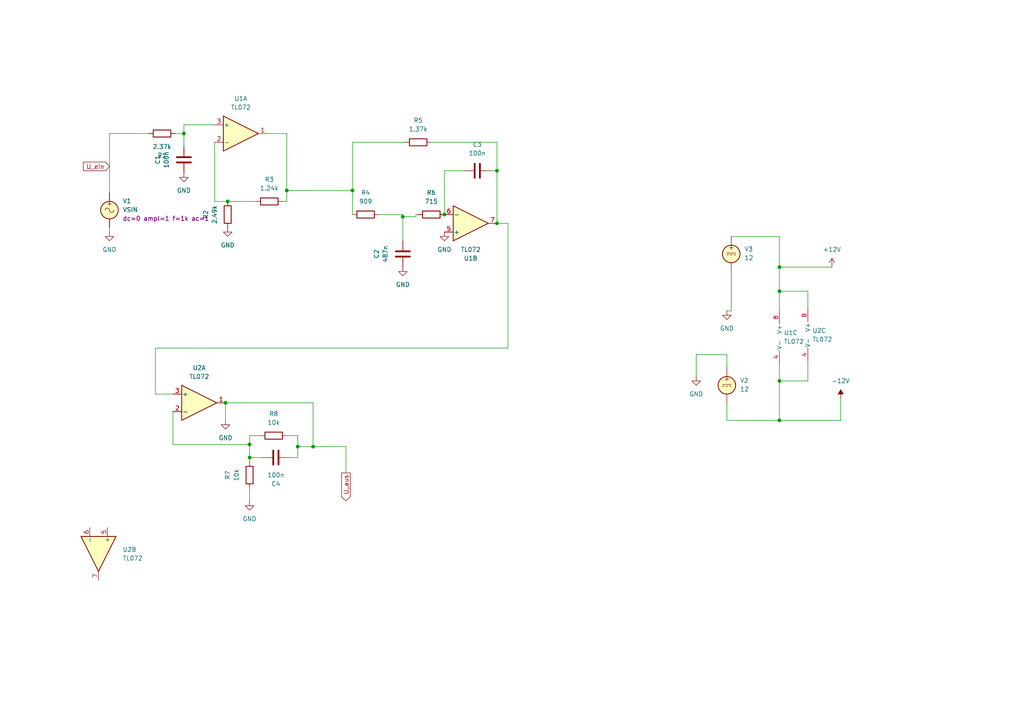
<source format=kicad_sch>
(kicad_sch (version 20230121) (generator eeschema)

  (uuid 1aa50d3e-165e-4b2e-89cb-5e32999cd941)

  (paper "A4")

  (lib_symbols
    (symbol "Amplifier_Operational:TL072" (pin_names (offset 0.127)) (in_bom yes) (on_board yes)
      (property "Reference" "U" (at 0 5.08 0)
        (effects (font (size 1.27 1.27)) (justify left))
      )
      (property "Value" "TL072" (at 0 -5.08 0)
        (effects (font (size 1.27 1.27)) (justify left))
      )
      (property "Footprint" "" (at 0 0 0)
        (effects (font (size 1.27 1.27)) hide)
      )
      (property "Datasheet" "http://www.ti.com/lit/ds/symlink/tl071.pdf" (at 0 0 0)
        (effects (font (size 1.27 1.27)) hide)
      )
      (property "ki_locked" "" (at 0 0 0)
        (effects (font (size 1.27 1.27)))
      )
      (property "ki_keywords" "dual opamp" (at 0 0 0)
        (effects (font (size 1.27 1.27)) hide)
      )
      (property "ki_description" "Dual Low-Noise JFET-Input Operational Amplifiers, DIP-8/SOIC-8" (at 0 0 0)
        (effects (font (size 1.27 1.27)) hide)
      )
      (property "ki_fp_filters" "SOIC*3.9x4.9mm*P1.27mm* DIP*W7.62mm* TO*99* OnSemi*Micro8* TSSOP*3x3mm*P0.65mm* TSSOP*4.4x3mm*P0.65mm* MSOP*3x3mm*P0.65mm* SSOP*3.9x4.9mm*P0.635mm* LFCSP*2x2mm*P0.5mm* *SIP* SOIC*5.3x6.2mm*P1.27mm*" (at 0 0 0)
        (effects (font (size 1.27 1.27)) hide)
      )
      (symbol "TL072_1_1"
        (polyline
          (pts
            (xy -5.08 5.08)
            (xy 5.08 0)
            (xy -5.08 -5.08)
            (xy -5.08 5.08)
          )
          (stroke (width 0.254) (type default))
          (fill (type background))
        )
        (pin output line (at 7.62 0 180) (length 2.54)
          (name "~" (effects (font (size 1.27 1.27))))
          (number "1" (effects (font (size 1.27 1.27))))
        )
        (pin input line (at -7.62 -2.54 0) (length 2.54)
          (name "-" (effects (font (size 1.27 1.27))))
          (number "2" (effects (font (size 1.27 1.27))))
        )
        (pin input line (at -7.62 2.54 0) (length 2.54)
          (name "+" (effects (font (size 1.27 1.27))))
          (number "3" (effects (font (size 1.27 1.27))))
        )
      )
      (symbol "TL072_2_1"
        (polyline
          (pts
            (xy -5.08 5.08)
            (xy 5.08 0)
            (xy -5.08 -5.08)
            (xy -5.08 5.08)
          )
          (stroke (width 0.254) (type default))
          (fill (type background))
        )
        (pin input line (at -7.62 2.54 0) (length 2.54)
          (name "+" (effects (font (size 1.27 1.27))))
          (number "5" (effects (font (size 1.27 1.27))))
        )
        (pin input line (at -7.62 -2.54 0) (length 2.54)
          (name "-" (effects (font (size 1.27 1.27))))
          (number "6" (effects (font (size 1.27 1.27))))
        )
        (pin output line (at 7.62 0 180) (length 2.54)
          (name "~" (effects (font (size 1.27 1.27))))
          (number "7" (effects (font (size 1.27 1.27))))
        )
      )
      (symbol "TL072_3_1"
        (pin power_in line (at -2.54 -7.62 90) (length 3.81)
          (name "V-" (effects (font (size 1.27 1.27))))
          (number "4" (effects (font (size 1.27 1.27))))
        )
        (pin power_in line (at -2.54 7.62 270) (length 3.81)
          (name "V+" (effects (font (size 1.27 1.27))))
          (number "8" (effects (font (size 1.27 1.27))))
        )
      )
    )
    (symbol "Device:C" (pin_numbers hide) (pin_names (offset 0.254)) (in_bom yes) (on_board yes)
      (property "Reference" "C" (at 0.635 2.54 0)
        (effects (font (size 1.27 1.27)) (justify left))
      )
      (property "Value" "C" (at 0.635 -2.54 0)
        (effects (font (size 1.27 1.27)) (justify left))
      )
      (property "Footprint" "" (at 0.9652 -3.81 0)
        (effects (font (size 1.27 1.27)) hide)
      )
      (property "Datasheet" "~" (at 0 0 0)
        (effects (font (size 1.27 1.27)) hide)
      )
      (property "ki_keywords" "cap capacitor" (at 0 0 0)
        (effects (font (size 1.27 1.27)) hide)
      )
      (property "ki_description" "Unpolarized capacitor" (at 0 0 0)
        (effects (font (size 1.27 1.27)) hide)
      )
      (property "ki_fp_filters" "C_*" (at 0 0 0)
        (effects (font (size 1.27 1.27)) hide)
      )
      (symbol "C_0_1"
        (polyline
          (pts
            (xy -2.032 -0.762)
            (xy 2.032 -0.762)
          )
          (stroke (width 0.508) (type default))
          (fill (type none))
        )
        (polyline
          (pts
            (xy -2.032 0.762)
            (xy 2.032 0.762)
          )
          (stroke (width 0.508) (type default))
          (fill (type none))
        )
      )
      (symbol "C_1_1"
        (pin passive line (at 0 3.81 270) (length 2.794)
          (name "~" (effects (font (size 1.27 1.27))))
          (number "1" (effects (font (size 1.27 1.27))))
        )
        (pin passive line (at 0 -3.81 90) (length 2.794)
          (name "~" (effects (font (size 1.27 1.27))))
          (number "2" (effects (font (size 1.27 1.27))))
        )
      )
    )
    (symbol "Device:R" (pin_numbers hide) (pin_names (offset 0)) (in_bom yes) (on_board yes)
      (property "Reference" "R" (at 2.032 0 90)
        (effects (font (size 1.27 1.27)))
      )
      (property "Value" "R" (at 0 0 90)
        (effects (font (size 1.27 1.27)))
      )
      (property "Footprint" "" (at -1.778 0 90)
        (effects (font (size 1.27 1.27)) hide)
      )
      (property "Datasheet" "~" (at 0 0 0)
        (effects (font (size 1.27 1.27)) hide)
      )
      (property "ki_keywords" "R res resistor" (at 0 0 0)
        (effects (font (size 1.27 1.27)) hide)
      )
      (property "ki_description" "Resistor" (at 0 0 0)
        (effects (font (size 1.27 1.27)) hide)
      )
      (property "ki_fp_filters" "R_*" (at 0 0 0)
        (effects (font (size 1.27 1.27)) hide)
      )
      (symbol "R_0_1"
        (rectangle (start -1.016 -2.54) (end 1.016 2.54)
          (stroke (width 0.254) (type default))
          (fill (type none))
        )
      )
      (symbol "R_1_1"
        (pin passive line (at 0 3.81 270) (length 1.27)
          (name "~" (effects (font (size 1.27 1.27))))
          (number "1" (effects (font (size 1.27 1.27))))
        )
        (pin passive line (at 0 -3.81 90) (length 1.27)
          (name "~" (effects (font (size 1.27 1.27))))
          (number "2" (effects (font (size 1.27 1.27))))
        )
      )
    )
    (symbol "Simulation_SPICE:VDC" (pin_numbers hide) (pin_names (offset 0.0254)) (in_bom yes) (on_board yes)
      (property "Reference" "V" (at 2.54 2.54 0)
        (effects (font (size 1.27 1.27)) (justify left))
      )
      (property "Value" "1" (at 2.54 0 0)
        (effects (font (size 1.27 1.27)) (justify left))
      )
      (property "Footprint" "" (at 0 0 0)
        (effects (font (size 1.27 1.27)) hide)
      )
      (property "Datasheet" "~" (at 0 0 0)
        (effects (font (size 1.27 1.27)) hide)
      )
      (property "Sim.Pins" "1=+ 2=-" (at 0 0 0)
        (effects (font (size 1.27 1.27)) hide)
      )
      (property "Sim.Type" "DC" (at 0 0 0)
        (effects (font (size 1.27 1.27)) hide)
      )
      (property "Sim.Device" "V" (at 0 0 0)
        (effects (font (size 1.27 1.27)) (justify left) hide)
      )
      (property "ki_keywords" "simulation" (at 0 0 0)
        (effects (font (size 1.27 1.27)) hide)
      )
      (property "ki_description" "Voltage source, DC" (at 0 0 0)
        (effects (font (size 1.27 1.27)) hide)
      )
      (symbol "VDC_0_0"
        (polyline
          (pts
            (xy -1.27 0.254)
            (xy 1.27 0.254)
          )
          (stroke (width 0) (type default))
          (fill (type none))
        )
        (polyline
          (pts
            (xy -0.762 -0.254)
            (xy -1.27 -0.254)
          )
          (stroke (width 0) (type default))
          (fill (type none))
        )
        (polyline
          (pts
            (xy 0.254 -0.254)
            (xy -0.254 -0.254)
          )
          (stroke (width 0) (type default))
          (fill (type none))
        )
        (polyline
          (pts
            (xy 1.27 -0.254)
            (xy 0.762 -0.254)
          )
          (stroke (width 0) (type default))
          (fill (type none))
        )
        (text "+" (at 0 1.905 0)
          (effects (font (size 1.27 1.27)))
        )
      )
      (symbol "VDC_0_1"
        (circle (center 0 0) (radius 2.54)
          (stroke (width 0.254) (type default))
          (fill (type background))
        )
      )
      (symbol "VDC_1_1"
        (pin passive line (at 0 5.08 270) (length 2.54)
          (name "~" (effects (font (size 1.27 1.27))))
          (number "1" (effects (font (size 1.27 1.27))))
        )
        (pin passive line (at 0 -5.08 90) (length 2.54)
          (name "~" (effects (font (size 1.27 1.27))))
          (number "2" (effects (font (size 1.27 1.27))))
        )
      )
    )
    (symbol "Simulation_SPICE:VSIN" (pin_numbers hide) (pin_names (offset 0.0254)) (in_bom yes) (on_board yes)
      (property "Reference" "V" (at 2.54 2.54 0)
        (effects (font (size 1.27 1.27)) (justify left))
      )
      (property "Value" "VSIN" (at 2.54 0 0)
        (effects (font (size 1.27 1.27)) (justify left))
      )
      (property "Footprint" "" (at 0 0 0)
        (effects (font (size 1.27 1.27)) hide)
      )
      (property "Datasheet" "~" (at 0 0 0)
        (effects (font (size 1.27 1.27)) hide)
      )
      (property "Sim.Pins" "1=+ 2=-" (at 0 0 0)
        (effects (font (size 1.27 1.27)) hide)
      )
      (property "Sim.Params" "dc=0 ampl=1 f=1k ac=1" (at 2.54 -2.54 0)
        (effects (font (size 1.27 1.27)) (justify left))
      )
      (property "Sim.Type" "SIN" (at 0 0 0)
        (effects (font (size 1.27 1.27)) hide)
      )
      (property "Sim.Device" "V" (at 0 0 0)
        (effects (font (size 1.27 1.27)) (justify left) hide)
      )
      (property "ki_keywords" "simulation ac vac" (at 0 0 0)
        (effects (font (size 1.27 1.27)) hide)
      )
      (property "ki_description" "Voltage source, sinusoidal" (at 0 0 0)
        (effects (font (size 1.27 1.27)) hide)
      )
      (symbol "VSIN_0_0"
        (arc (start 0 0) (mid -0.635 0.6323) (end -1.27 0)
          (stroke (width 0) (type default))
          (fill (type none))
        )
        (arc (start 0 0) (mid 0.635 -0.6323) (end 1.27 0)
          (stroke (width 0) (type default))
          (fill (type none))
        )
        (text "+" (at 0 1.905 0)
          (effects (font (size 1.27 1.27)))
        )
      )
      (symbol "VSIN_0_1"
        (circle (center 0 0) (radius 2.54)
          (stroke (width 0.254) (type default))
          (fill (type background))
        )
      )
      (symbol "VSIN_1_1"
        (pin passive line (at 0 5.08 270) (length 2.54)
          (name "~" (effects (font (size 1.27 1.27))))
          (number "1" (effects (font (size 1.27 1.27))))
        )
        (pin passive line (at 0 -5.08 90) (length 2.54)
          (name "~" (effects (font (size 1.27 1.27))))
          (number "2" (effects (font (size 1.27 1.27))))
        )
      )
    )
    (symbol "power:+12V" (power) (pin_names (offset 0)) (in_bom yes) (on_board yes)
      (property "Reference" "#PWR" (at 0 -3.81 0)
        (effects (font (size 1.27 1.27)) hide)
      )
      (property "Value" "+12V" (at 0 3.556 0)
        (effects (font (size 1.27 1.27)))
      )
      (property "Footprint" "" (at 0 0 0)
        (effects (font (size 1.27 1.27)) hide)
      )
      (property "Datasheet" "" (at 0 0 0)
        (effects (font (size 1.27 1.27)) hide)
      )
      (property "ki_keywords" "global power" (at 0 0 0)
        (effects (font (size 1.27 1.27)) hide)
      )
      (property "ki_description" "Power symbol creates a global label with name \"+12V\"" (at 0 0 0)
        (effects (font (size 1.27 1.27)) hide)
      )
      (symbol "+12V_0_1"
        (polyline
          (pts
            (xy -0.762 1.27)
            (xy 0 2.54)
          )
          (stroke (width 0) (type default))
          (fill (type none))
        )
        (polyline
          (pts
            (xy 0 0)
            (xy 0 2.54)
          )
          (stroke (width 0) (type default))
          (fill (type none))
        )
        (polyline
          (pts
            (xy 0 2.54)
            (xy 0.762 1.27)
          )
          (stroke (width 0) (type default))
          (fill (type none))
        )
      )
      (symbol "+12V_1_1"
        (pin power_in line (at 0 0 90) (length 0) hide
          (name "+12V" (effects (font (size 1.27 1.27))))
          (number "1" (effects (font (size 1.27 1.27))))
        )
      )
    )
    (symbol "power:-12V" (power) (pin_names (offset 0)) (in_bom yes) (on_board yes)
      (property "Reference" "#PWR" (at 0 2.54 0)
        (effects (font (size 1.27 1.27)) hide)
      )
      (property "Value" "-12V" (at 0 3.81 0)
        (effects (font (size 1.27 1.27)))
      )
      (property "Footprint" "" (at 0 0 0)
        (effects (font (size 1.27 1.27)) hide)
      )
      (property "Datasheet" "" (at 0 0 0)
        (effects (font (size 1.27 1.27)) hide)
      )
      (property "ki_keywords" "global power" (at 0 0 0)
        (effects (font (size 1.27 1.27)) hide)
      )
      (property "ki_description" "Power symbol creates a global label with name \"-12V\"" (at 0 0 0)
        (effects (font (size 1.27 1.27)) hide)
      )
      (symbol "-12V_0_0"
        (pin power_in line (at 0 0 90) (length 0) hide
          (name "-12V" (effects (font (size 1.27 1.27))))
          (number "1" (effects (font (size 1.27 1.27))))
        )
      )
      (symbol "-12V_0_1"
        (polyline
          (pts
            (xy 0 0)
            (xy 0 1.27)
            (xy 0.762 1.27)
            (xy 0 2.54)
            (xy -0.762 1.27)
            (xy 0 1.27)
          )
          (stroke (width 0) (type default))
          (fill (type outline))
        )
      )
    )
    (symbol "power:GND" (power) (pin_names (offset 0)) (in_bom yes) (on_board yes)
      (property "Reference" "#PWR" (at 0 -6.35 0)
        (effects (font (size 1.27 1.27)) hide)
      )
      (property "Value" "GND" (at 0 -3.81 0)
        (effects (font (size 1.27 1.27)))
      )
      (property "Footprint" "" (at 0 0 0)
        (effects (font (size 1.27 1.27)) hide)
      )
      (property "Datasheet" "" (at 0 0 0)
        (effects (font (size 1.27 1.27)) hide)
      )
      (property "ki_keywords" "global power" (at 0 0 0)
        (effects (font (size 1.27 1.27)) hide)
      )
      (property "ki_description" "Power symbol creates a global label with name \"GND\" , ground" (at 0 0 0)
        (effects (font (size 1.27 1.27)) hide)
      )
      (symbol "GND_0_1"
        (polyline
          (pts
            (xy 0 0)
            (xy 0 -1.27)
            (xy 1.27 -1.27)
            (xy 0 -2.54)
            (xy -1.27 -1.27)
            (xy 0 -1.27)
          )
          (stroke (width 0) (type default))
          (fill (type none))
        )
      )
      (symbol "GND_1_1"
        (pin power_in line (at 0 0 270) (length 0) hide
          (name "GND" (effects (font (size 1.27 1.27))))
          (number "1" (effects (font (size 1.27 1.27))))
        )
      )
    )
  )

  (junction (at 53.34 38.735) (diameter 0) (color 0 0 0 0)
    (uuid 1e1b3c52-e227-4236-a1f5-86d066fefcad)
  )
  (junction (at 86.36 129.54) (diameter 0) (color 0 0 0 0)
    (uuid 1f7663de-f17d-4de8-be72-d3ee7df2e294)
  )
  (junction (at 102.235 55.245) (diameter 0) (color 0 0 0 0)
    (uuid 2b4089e6-ac23-4d59-bd90-aa53a5a831e7)
  )
  (junction (at 83.185 55.245) (diameter 0) (color 0 0 0 0)
    (uuid 325eb432-9f00-48f6-aced-1b94e317a781)
  )
  (junction (at 226.06 84.455) (diameter 0) (color 0 0 0 0)
    (uuid 43b1545b-f973-4e91-a4d2-90edb28aee2a)
  )
  (junction (at 66.04 58.42) (diameter 0) (color 0 0 0 0)
    (uuid 55574e81-0a15-4acf-81d7-8a4a13aea626)
  )
  (junction (at 90.805 129.54) (diameter 0) (color 0 0 0 0)
    (uuid 62e05797-1474-433a-b6d8-943ef134ff82)
  )
  (junction (at 226.06 121.92) (diameter 0) (color 0 0 0 0)
    (uuid 64bad4bb-8c52-43c1-bd0b-088a6230d399)
  )
  (junction (at 116.84 62.865) (diameter 0) (color 0 0 0 0)
    (uuid 91dd960b-0581-4d06-abd9-5cba7c81b786)
  )
  (junction (at 72.39 132.715) (diameter 0) (color 0 0 0 0)
    (uuid a0f212f6-aa85-44dc-ae29-722b29ca7162)
  )
  (junction (at 144.145 49.53) (diameter 0) (color 0 0 0 0)
    (uuid ab7af711-1a51-4da3-b0e2-c118e9d694c3)
  )
  (junction (at 144.145 64.77) (diameter 0) (color 0 0 0 0)
    (uuid b56f7c56-56a6-4e6b-897e-ebfa8aebd81a)
  )
  (junction (at 72.39 128.905) (diameter 0) (color 0 0 0 0)
    (uuid c307e926-4840-49d5-b7bf-b825be27415d)
  )
  (junction (at 128.905 62.23) (diameter 0) (color 0 0 0 0)
    (uuid d73e33dc-0698-4bae-a39f-7658253e2660)
  )
  (junction (at 226.06 110.49) (diameter 0) (color 0 0 0 0)
    (uuid efaef017-2299-476e-9810-053dcdc7c878)
  )
  (junction (at 226.06 77.47) (diameter 0) (color 0 0 0 0)
    (uuid f317a504-2582-48d2-a5bf-9cff4be204ee)
  )
  (junction (at 65.405 116.84) (diameter 0) (color 0 0 0 0)
    (uuid fda0c27d-56b2-4d98-ae7a-d5f7d6dfe8ca)
  )

  (wire (pts (xy 128.905 49.53) (xy 128.905 62.23))
    (stroke (width 0) (type default))
    (uuid 021005c9-8ec1-40f6-b118-b2229ac7bf55)
  )
  (wire (pts (xy 226.06 121.92) (xy 243.84 121.92))
    (stroke (width 0) (type default))
    (uuid 0384d42e-b752-4353-b8fb-f0793d4cd1b6)
  )
  (wire (pts (xy 72.39 128.905) (xy 72.39 132.715))
    (stroke (width 0) (type default))
    (uuid 051617b6-9269-4941-89a6-9c384ac6805b)
  )
  (wire (pts (xy 144.145 41.275) (xy 144.145 49.53))
    (stroke (width 0) (type default))
    (uuid 0e6f21f0-6a1d-434d-90fe-c08e2d128d4e)
  )
  (wire (pts (xy 226.06 77.47) (xy 226.06 84.455))
    (stroke (width 0) (type default))
    (uuid 114040c8-ad37-4a3d-a89d-dd49756efead)
  )
  (wire (pts (xy 45.085 100.965) (xy 45.085 114.3))
    (stroke (width 0) (type default))
    (uuid 15648ae0-327e-40a0-9468-618bb972ef4f)
  )
  (wire (pts (xy 72.39 126.365) (xy 72.39 128.905))
    (stroke (width 0) (type default))
    (uuid 18c9ab7f-b397-4fa5-81c8-4d46e217abca)
  )
  (wire (pts (xy 83.185 55.245) (xy 83.185 58.42))
    (stroke (width 0) (type default))
    (uuid 1d5f425a-103b-40f2-85a7-e44e4b23ee9f)
  )
  (wire (pts (xy 144.145 64.77) (xy 147.32 64.77))
    (stroke (width 0) (type default))
    (uuid 1e9fdda6-3ae2-424b-bee7-fe64c1daf200)
  )
  (wire (pts (xy 226.06 84.455) (xy 226.06 90.17))
    (stroke (width 0) (type default))
    (uuid 218788b8-3fc4-4070-ab31-702fff159c2a)
  )
  (wire (pts (xy 45.085 114.3) (xy 50.165 114.3))
    (stroke (width 0) (type default))
    (uuid 21b57072-c2ff-49f2-9254-002186e5e21d)
  )
  (wire (pts (xy 134.62 49.53) (xy 128.905 49.53))
    (stroke (width 0) (type default))
    (uuid 21cac632-c988-4ce0-8880-5bba2e44214e)
  )
  (wire (pts (xy 212.09 68.58) (xy 226.06 68.58))
    (stroke (width 0) (type default))
    (uuid 252df74c-11b5-42af-895a-c8b11b492425)
  )
  (wire (pts (xy 102.235 55.245) (xy 102.235 62.23))
    (stroke (width 0) (type default))
    (uuid 2c965cc3-dde6-47f3-b102-f937839a936a)
  )
  (wire (pts (xy 144.145 49.53) (xy 142.24 49.53))
    (stroke (width 0) (type default))
    (uuid 2d12528f-d2ff-4198-b266-d6bbe1a9cd34)
  )
  (wire (pts (xy 201.93 109.22) (xy 201.93 102.87))
    (stroke (width 0) (type default))
    (uuid 2dcad805-38d8-46f4-8e16-6979e87f526d)
  )
  (wire (pts (xy 72.39 132.715) (xy 72.39 133.985))
    (stroke (width 0) (type default))
    (uuid 3245315f-f935-45fe-b1b8-6412b2796ba9)
  )
  (wire (pts (xy 243.84 115.57) (xy 243.84 121.92))
    (stroke (width 0) (type default))
    (uuid 38ea60c9-913a-4e50-af6f-5b00389ad662)
  )
  (wire (pts (xy 83.82 132.715) (xy 86.36 132.715))
    (stroke (width 0) (type default))
    (uuid 39b481d0-1fd6-4052-b4e9-6b77e65448da)
  )
  (wire (pts (xy 226.06 110.49) (xy 226.06 121.92))
    (stroke (width 0) (type default))
    (uuid 39c57650-da6d-4584-8414-6ef304460432)
  )
  (wire (pts (xy 86.36 129.54) (xy 86.36 126.365))
    (stroke (width 0) (type default))
    (uuid 3a328ecb-f168-4493-9daf-a1e6f0d37d6a)
  )
  (wire (pts (xy 100.33 129.54) (xy 100.33 137.16))
    (stroke (width 0) (type default))
    (uuid 3ac14246-4465-47a8-a20b-6d7a652a7f93)
  )
  (wire (pts (xy 116.84 69.85) (xy 116.84 62.865))
    (stroke (width 0) (type default))
    (uuid 3b37f055-bb38-4079-9542-f7191eaba91f)
  )
  (wire (pts (xy 50.165 128.905) (xy 72.39 128.905))
    (stroke (width 0) (type default))
    (uuid 3ea69cac-cbd5-4096-832b-4a54b66981f5)
  )
  (wire (pts (xy 83.185 58.42) (xy 81.915 58.42))
    (stroke (width 0) (type default))
    (uuid 40ff96f7-a363-459f-afec-e3e3e66d5bca)
  )
  (wire (pts (xy 72.39 132.715) (xy 76.2 132.715))
    (stroke (width 0) (type default))
    (uuid 41ff038f-6721-47ae-a268-6c95017809cf)
  )
  (wire (pts (xy 125.095 41.275) (xy 144.145 41.275))
    (stroke (width 0) (type default))
    (uuid 46fdee7c-f732-4e5c-a29e-564255077d31)
  )
  (wire (pts (xy 201.93 102.87) (xy 210.82 102.87))
    (stroke (width 0) (type default))
    (uuid 49bc05b7-185f-4d89-85ed-9f4a4c9ec061)
  )
  (wire (pts (xy 226.06 68.58) (xy 226.06 77.47))
    (stroke (width 0) (type default))
    (uuid 4dcd7adb-5ab7-4b09-888c-206cb3e99fd6)
  )
  (wire (pts (xy 147.32 64.77) (xy 147.32 100.965))
    (stroke (width 0) (type default))
    (uuid 51ab7aa8-3227-4321-b67d-b5951b330aeb)
  )
  (wire (pts (xy 226.06 105.41) (xy 226.06 110.49))
    (stroke (width 0) (type default))
    (uuid 534b7aa4-db12-4a03-b398-43059f37b0cf)
  )
  (wire (pts (xy 90.805 116.84) (xy 90.805 129.54))
    (stroke (width 0) (type default))
    (uuid 56825d04-86da-4e21-a77c-3ec77bb38345)
  )
  (wire (pts (xy 117.475 41.275) (xy 102.235 41.275))
    (stroke (width 0) (type default))
    (uuid 59ffb57a-aa08-482f-8f5c-7028967da350)
  )
  (wire (pts (xy 116.84 62.865) (xy 120.65 62.865))
    (stroke (width 0) (type default))
    (uuid 5c860f6b-9495-493a-b8c5-14dfc612c487)
  )
  (wire (pts (xy 226.06 84.455) (xy 234.315 84.455))
    (stroke (width 0) (type default))
    (uuid 61c5fc56-5a51-4969-92ce-e365f84d468b)
  )
  (wire (pts (xy 65.405 116.84) (xy 65.405 121.92))
    (stroke (width 0) (type default))
    (uuid 699aac3d-c70b-49a4-ae45-a039b4f41bb3)
  )
  (wire (pts (xy 86.36 126.365) (xy 83.185 126.365))
    (stroke (width 0) (type default))
    (uuid 6bf36ab2-2ca4-4408-a68c-766794cb7364)
  )
  (wire (pts (xy 83.185 38.735) (xy 83.185 55.245))
    (stroke (width 0) (type default))
    (uuid 6d1d0498-f3e9-4b7e-a719-0f3fd8aa6a87)
  )
  (wire (pts (xy 75.565 126.365) (xy 72.39 126.365))
    (stroke (width 0) (type default))
    (uuid 717ce80a-f110-43ef-b670-57e9a8e863a7)
  )
  (wire (pts (xy 241.3 77.47) (xy 226.06 77.47))
    (stroke (width 0) (type default))
    (uuid 7ba64dd7-90c9-4e16-97b2-fe1c8c93351e)
  )
  (wire (pts (xy 50.8 38.735) (xy 53.34 38.735))
    (stroke (width 0) (type default))
    (uuid 7c8ed67c-aa37-4501-8d75-c425a82f8ef0)
  )
  (wire (pts (xy 77.47 38.735) (xy 83.185 38.735))
    (stroke (width 0) (type default))
    (uuid 83295249-9d7e-438b-95d7-d737de0e0dd7)
  )
  (wire (pts (xy 212.09 90.17) (xy 210.82 90.17))
    (stroke (width 0) (type default))
    (uuid 834fa4c4-b84e-4fc9-9b3e-4b58704c2439)
  )
  (wire (pts (xy 234.315 104.775) (xy 234.315 110.49))
    (stroke (width 0) (type default))
    (uuid 83e4c6dc-646b-4eaf-b98d-345851417b93)
  )
  (wire (pts (xy 120.65 62.23) (xy 121.285 62.23))
    (stroke (width 0) (type default))
    (uuid 8d5eb0b8-8288-4a2f-aad7-522ed2d2b10e)
  )
  (wire (pts (xy 144.145 64.77) (xy 144.145 49.53))
    (stroke (width 0) (type default))
    (uuid 948b9535-05de-467f-ad19-75fcb6dfeaf2)
  )
  (wire (pts (xy 109.855 62.23) (xy 116.84 62.23))
    (stroke (width 0) (type default))
    (uuid 9f4f3c4a-2913-4c2a-9b00-44fd224afd5e)
  )
  (wire (pts (xy 102.235 41.275) (xy 102.235 55.245))
    (stroke (width 0) (type default))
    (uuid a882aae5-ad1e-43fe-86e0-bc3de9933c2b)
  )
  (wire (pts (xy 120.65 62.865) (xy 120.65 62.23))
    (stroke (width 0) (type default))
    (uuid aa10a550-32e6-47f1-a813-b0fb4057b720)
  )
  (wire (pts (xy 65.405 116.84) (xy 90.805 116.84))
    (stroke (width 0) (type default))
    (uuid aa899db6-0f00-46eb-8922-cce84480ec04)
  )
  (wire (pts (xy 116.84 62.23) (xy 116.84 62.865))
    (stroke (width 0) (type default))
    (uuid ab65ec4d-3111-4c69-a226-85e682443ad8)
  )
  (wire (pts (xy 72.39 141.605) (xy 72.39 145.415))
    (stroke (width 0) (type default))
    (uuid abc3b090-d000-4bf1-bcfc-27259b9fccf3)
  )
  (wire (pts (xy 210.82 102.87) (xy 210.82 106.68))
    (stroke (width 0) (type default))
    (uuid ae178314-3d0c-4b93-b451-fea5054884cc)
  )
  (wire (pts (xy 234.315 89.535) (xy 234.315 84.455))
    (stroke (width 0) (type default))
    (uuid bd917762-39d1-41e5-8957-b444ee66b36b)
  )
  (wire (pts (xy 50.165 119.38) (xy 50.165 128.905))
    (stroke (width 0) (type default))
    (uuid c0b95932-5a7e-420a-beff-e51bd8cab61d)
  )
  (wire (pts (xy 147.32 100.965) (xy 45.085 100.965))
    (stroke (width 0) (type default))
    (uuid c1e05d98-4c5b-42e3-9399-3496ac5a54ad)
  )
  (wire (pts (xy 210.82 116.84) (xy 210.82 121.92))
    (stroke (width 0) (type default))
    (uuid c2956b93-3bb2-4c12-8b9c-961e20954f03)
  )
  (wire (pts (xy 62.23 58.42) (xy 66.04 58.42))
    (stroke (width 0) (type default))
    (uuid d0b9ad62-6c3f-42d7-8a42-11698dd15183)
  )
  (wire (pts (xy 43.18 38.735) (xy 31.75 38.735))
    (stroke (width 0) (type default))
    (uuid d2fcf8aa-60f3-4b7f-a31d-4097ba1f66e1)
  )
  (wire (pts (xy 31.75 38.735) (xy 31.75 55.88))
    (stroke (width 0) (type default))
    (uuid d592b392-707f-4edd-8f26-aaf9632fb7be)
  )
  (wire (pts (xy 66.04 58.42) (xy 74.295 58.42))
    (stroke (width 0) (type default))
    (uuid d5c04b51-a5e5-4b4e-a187-acee4fa102a1)
  )
  (wire (pts (xy 234.315 110.49) (xy 226.06 110.49))
    (stroke (width 0) (type default))
    (uuid d8a17100-7111-4fef-8170-71f511d262b2)
  )
  (wire (pts (xy 102.235 55.245) (xy 83.185 55.245))
    (stroke (width 0) (type default))
    (uuid da711644-0587-428c-b3f0-912e7d35e560)
  )
  (wire (pts (xy 31.75 66.04) (xy 31.75 67.31))
    (stroke (width 0) (type default))
    (uuid db3b3ada-beac-4a35-8388-7ffb2d700c1b)
  )
  (wire (pts (xy 62.23 41.275) (xy 62.23 58.42))
    (stroke (width 0) (type default))
    (uuid dbb25bf4-4981-4b02-b118-4fef57aa32c9)
  )
  (wire (pts (xy 210.82 121.92) (xy 226.06 121.92))
    (stroke (width 0) (type default))
    (uuid dd43574d-35f9-458b-a7db-2da91e5ea01f)
  )
  (wire (pts (xy 90.805 129.54) (xy 100.33 129.54))
    (stroke (width 0) (type default))
    (uuid e3ce89d1-3645-4896-af04-262a458e198b)
  )
  (wire (pts (xy 86.36 129.54) (xy 90.805 129.54))
    (stroke (width 0) (type default))
    (uuid e5e0f526-90f0-4657-b6dc-e3203d2add73)
  )
  (wire (pts (xy 86.36 129.54) (xy 86.36 132.715))
    (stroke (width 0) (type default))
    (uuid e733e6e3-a99d-4147-962b-213c898ec9cd)
  )
  (wire (pts (xy 53.34 36.195) (xy 53.34 38.735))
    (stroke (width 0) (type default))
    (uuid f07956a3-331b-4f86-8535-3951a7ef1675)
  )
  (wire (pts (xy 53.34 38.735) (xy 53.34 42.545))
    (stroke (width 0) (type default))
    (uuid f595825f-01cc-4eaa-85d8-934bff5eb477)
  )
  (wire (pts (xy 62.23 36.195) (xy 53.34 36.195))
    (stroke (width 0) (type default))
    (uuid f8354e81-258c-4741-810c-b94fa8d33618)
  )
  (wire (pts (xy 212.09 78.74) (xy 212.09 90.17))
    (stroke (width 0) (type default))
    (uuid fe254518-154d-45a6-9a71-f486821783e0)
  )

  (global_label "U_aus" (shape output) (at 100.33 137.16 270) (fields_autoplaced)
    (effects (font (size 1.27 1.27)) (justify right))
    (uuid 8adb6cd0-7e86-4cd6-9c85-d3452f8fa111)
    (property "Intersheetrefs" "${INTERSHEET_REFS}" (at 100.33 145.7694 90)
      (effects (font (size 1.27 1.27)) (justify right) hide)
    )
  )
  (global_label "U_ein" (shape input) (at 31.75 48.26 180) (fields_autoplaced)
    (effects (font (size 1.27 1.27)) (justify right))
    (uuid cf6c19bc-0247-44be-b8aa-8e832b6f0f93)
    (property "Intersheetrefs" "${INTERSHEET_REFS}" (at 23.6243 48.26 0)
      (effects (font (size 1.27 1.27)) (justify right) hide)
    )
  )

  (symbol (lib_id "Device:R") (at 66.04 62.23 180) (unit 1)
    (in_bom yes) (on_board yes) (dnp no)
    (uuid 0ff15a7c-bdf2-4f8f-948c-0b7ee98ff0cc)
    (property "Reference" "R2" (at 59.69 62.23 90)
      (effects (font (size 1.27 1.27)))
    )
    (property "Value" "2.49k" (at 62.23 62.23 90)
      (effects (font (size 1.27 1.27)))
    )
    (property "Footprint" "" (at 67.818 62.23 90)
      (effects (font (size 1.27 1.27)) hide)
    )
    (property "Datasheet" "~" (at 66.04 62.23 0)
      (effects (font (size 1.27 1.27)) hide)
    )
    (pin "2" (uuid 049c556c-a750-4e22-ac6f-70c0d6bde957))
    (pin "1" (uuid d91f7dad-7301-4e6e-b7f5-05147cd37cc9))
    (instances
      (project "tiefpass3besselpluslagpass"
        (path "/1aa50d3e-165e-4b2e-89cb-5e32999cd941"
          (reference "R2") (unit 1)
        )
      )
    )
  )

  (symbol (lib_id "Amplifier_Operational:TL072") (at 228.6 97.79 0) (unit 3)
    (in_bom yes) (on_board yes) (dnp no) (fields_autoplaced)
    (uuid 1a6eafba-6eb4-4d21-88ab-8bef6320d6c5)
    (property "Reference" "U1" (at 227.33 96.52 0)
      (effects (font (size 1.27 1.27)) (justify left))
    )
    (property "Value" "TL072" (at 227.33 99.06 0)
      (effects (font (size 1.27 1.27)) (justify left))
    )
    (property "Footprint" "" (at 228.6 97.79 0)
      (effects (font (size 1.27 1.27)) hide)
    )
    (property "Datasheet" "http://www.ti.com/lit/ds/symlink/tl071.pdf" (at 228.6 97.79 0)
      (effects (font (size 1.27 1.27)) hide)
    )
    (property "Sim.Library" "TL072-dual.lib" (at 228.6 97.79 0)
      (effects (font (size 1.27 1.27)) hide)
    )
    (property "Sim.Name" "TL072c" (at 228.6 97.79 0)
      (effects (font (size 1.27 1.27)) hide)
    )
    (property "Sim.Device" "SUBCKT" (at 228.6 97.79 0)
      (effects (font (size 1.27 1.27)) hide)
    )
    (property "Sim.Pins" "1=1out 2=1in- 3=1in+ 4=vcc- 5=2in+ 6=2in- 7=2out 8=vcc+" (at 228.6 97.79 0)
      (effects (font (size 1.27 1.27)) hide)
    )
    (pin "1" (uuid 4656fd70-2ca1-49ec-9f89-156c6fbe8875))
    (pin "6" (uuid 66a902a4-9b01-46de-9f50-c96184fd7914))
    (pin "4" (uuid beb632d6-8f03-478c-80f4-5bc9cfb3cc76))
    (pin "3" (uuid b467f47e-a94f-48f3-bfa9-10981c35931b))
    (pin "2" (uuid 4c86c15a-29ab-427c-9fdf-c10e912adc12))
    (pin "5" (uuid 01d2a251-e2ca-4137-97ff-c60209863518))
    (pin "8" (uuid e1b2383c-f46e-43ed-a283-bc0e6fe5febd))
    (pin "7" (uuid 86a2f517-de06-400b-9888-a463ad573733))
    (instances
      (project "tiefpass3besselpluslagpass"
        (path "/1aa50d3e-165e-4b2e-89cb-5e32999cd941"
          (reference "U1") (unit 3)
        )
      )
    )
  )

  (symbol (lib_id "Device:C") (at 80.01 132.715 90) (mirror x) (unit 1)
    (in_bom yes) (on_board yes) (dnp no)
    (uuid 1ccc40ab-d0c7-45d5-a911-86d54f6b4a89)
    (property "Reference" "C4" (at 80.01 140.335 90)
      (effects (font (size 1.27 1.27)))
    )
    (property "Value" "100n" (at 80.01 137.795 90)
      (effects (font (size 1.27 1.27)))
    )
    (property "Footprint" "" (at 83.82 133.6802 0)
      (effects (font (size 1.27 1.27)) hide)
    )
    (property "Datasheet" "~" (at 80.01 132.715 0)
      (effects (font (size 1.27 1.27)) hide)
    )
    (pin "2" (uuid 564fede2-97df-420d-bc92-c996d70d933b))
    (pin "1" (uuid 85174845-5871-4271-863f-0352c3143a1c))
    (instances
      (project "tiefpass3besselpluslagpass"
        (path "/1aa50d3e-165e-4b2e-89cb-5e32999cd941"
          (reference "C4") (unit 1)
        )
      )
    )
  )

  (symbol (lib_id "Device:R") (at 46.99 38.735 270) (unit 1)
    (in_bom yes) (on_board yes) (dnp no)
    (uuid 2ee9ae9b-6179-412b-9687-9bb06b3bd7df)
    (property "Reference" "R1" (at 46.99 45.085 90)
      (effects (font (size 1.27 1.27)))
    )
    (property "Value" "2.37k" (at 46.99 42.545 90)
      (effects (font (size 1.27 1.27)))
    )
    (property "Footprint" "" (at 46.99 36.957 90)
      (effects (font (size 1.27 1.27)) hide)
    )
    (property "Datasheet" "~" (at 46.99 38.735 0)
      (effects (font (size 1.27 1.27)) hide)
    )
    (pin "2" (uuid 0709d484-012a-40da-904e-3729d51609ef))
    (pin "1" (uuid 24948466-a7a8-4096-b2be-1de077f775d0))
    (instances
      (project "tiefpass3besselpluslagpass"
        (path "/1aa50d3e-165e-4b2e-89cb-5e32999cd941"
          (reference "R1") (unit 1)
        )
      )
    )
  )

  (symbol (lib_id "Device:R") (at 106.045 62.23 90) (unit 1)
    (in_bom yes) (on_board yes) (dnp no)
    (uuid 32ca898b-7de7-4cfe-acd9-666d67a0d4ac)
    (property "Reference" "R4" (at 106.045 55.88 90)
      (effects (font (size 1.27 1.27)))
    )
    (property "Value" "909" (at 106.045 58.42 90)
      (effects (font (size 1.27 1.27)))
    )
    (property "Footprint" "" (at 106.045 64.008 90)
      (effects (font (size 1.27 1.27)) hide)
    )
    (property "Datasheet" "~" (at 106.045 62.23 0)
      (effects (font (size 1.27 1.27)) hide)
    )
    (pin "2" (uuid 4e5cf383-e28d-4e12-9433-5dbfddd6a81f))
    (pin "1" (uuid ddcf9ec2-0114-44a3-8213-abbb98f51eaf))
    (instances
      (project "tiefpass3besselpluslagpass"
        (path "/1aa50d3e-165e-4b2e-89cb-5e32999cd941"
          (reference "R4") (unit 1)
        )
      )
    )
  )

  (symbol (lib_id "power:GND") (at 65.405 121.92 0) (unit 1)
    (in_bom yes) (on_board yes) (dnp no) (fields_autoplaced)
    (uuid 3efdf53b-3075-4b72-986b-19ef4ea652a0)
    (property "Reference" "#PWR011" (at 65.405 128.27 0)
      (effects (font (size 1.27 1.27)) hide)
    )
    (property "Value" "GND" (at 65.405 127 0)
      (effects (font (size 1.27 1.27)))
    )
    (property "Footprint" "" (at 65.405 121.92 0)
      (effects (font (size 1.27 1.27)) hide)
    )
    (property "Datasheet" "" (at 65.405 121.92 0)
      (effects (font (size 1.27 1.27)) hide)
    )
    (pin "1" (uuid 899e2c6a-1fb4-4069-9890-ba3f7c93856a))
    (instances
      (project "tiefpass3besselpluslagpass"
        (path "/1aa50d3e-165e-4b2e-89cb-5e32999cd941"
          (reference "#PWR011") (unit 1)
        )
      )
    )
  )

  (symbol (lib_id "power:GND") (at 53.34 50.165 0) (unit 1)
    (in_bom yes) (on_board yes) (dnp no) (fields_autoplaced)
    (uuid 3f7777dc-125e-4211-9a6d-314fc4e6ffcb)
    (property "Reference" "#PWR02" (at 53.34 56.515 0)
      (effects (font (size 1.27 1.27)) hide)
    )
    (property "Value" "GND" (at 53.34 55.245 0)
      (effects (font (size 1.27 1.27)))
    )
    (property "Footprint" "" (at 53.34 50.165 0)
      (effects (font (size 1.27 1.27)) hide)
    )
    (property "Datasheet" "" (at 53.34 50.165 0)
      (effects (font (size 1.27 1.27)) hide)
    )
    (pin "1" (uuid d597470f-ecf7-47e1-90d4-2111bacfe3da))
    (instances
      (project "tiefpass3besselpluslagpass"
        (path "/1aa50d3e-165e-4b2e-89cb-5e32999cd941"
          (reference "#PWR02") (unit 1)
        )
      )
    )
  )

  (symbol (lib_id "Device:C") (at 116.84 73.66 0) (mirror y) (unit 1)
    (in_bom yes) (on_board yes) (dnp no)
    (uuid 440e9a4e-41d9-4add-992c-ed20c50b4035)
    (property "Reference" "C2" (at 109.22 73.66 90)
      (effects (font (size 1.27 1.27)))
    )
    (property "Value" "487n" (at 111.76 73.66 90)
      (effects (font (size 1.27 1.27)))
    )
    (property "Footprint" "" (at 115.8748 77.47 0)
      (effects (font (size 1.27 1.27)) hide)
    )
    (property "Datasheet" "~" (at 116.84 73.66 0)
      (effects (font (size 1.27 1.27)) hide)
    )
    (pin "2" (uuid 352a40c2-1f75-444f-8a52-e3119b939e92))
    (pin "1" (uuid ad3ed97a-a35b-4489-97aa-ae2621b27354))
    (instances
      (project "tiefpass3besselpluslagpass"
        (path "/1aa50d3e-165e-4b2e-89cb-5e32999cd941"
          (reference "C2") (unit 1)
        )
      )
    )
  )

  (symbol (lib_id "Device:R") (at 78.105 58.42 90) (unit 1)
    (in_bom yes) (on_board yes) (dnp no)
    (uuid 4f706bcf-eff9-4165-bd2f-1bc0d0954030)
    (property "Reference" "R3" (at 78.105 52.07 90)
      (effects (font (size 1.27 1.27)))
    )
    (property "Value" "1.24k" (at 78.105 54.61 90)
      (effects (font (size 1.27 1.27)))
    )
    (property "Footprint" "" (at 78.105 60.198 90)
      (effects (font (size 1.27 1.27)) hide)
    )
    (property "Datasheet" "~" (at 78.105 58.42 0)
      (effects (font (size 1.27 1.27)) hide)
    )
    (pin "2" (uuid c2b52289-2aca-4ef3-9ff6-63d1a667cf1b))
    (pin "1" (uuid 215a6787-b01c-4e25-9617-b3c2f7235283))
    (instances
      (project "tiefpass3besselpluslagpass"
        (path "/1aa50d3e-165e-4b2e-89cb-5e32999cd941"
          (reference "R3") (unit 1)
        )
      )
    )
  )

  (symbol (lib_id "Amplifier_Operational:TL072") (at 136.525 64.77 0) (mirror x) (unit 2)
    (in_bom yes) (on_board yes) (dnp no)
    (uuid 5561e211-6df9-4dd7-9b4e-bb6a0678e1e4)
    (property "Reference" "U1" (at 136.525 74.93 0)
      (effects (font (size 1.27 1.27)))
    )
    (property "Value" "TL072" (at 136.525 72.39 0)
      (effects (font (size 1.27 1.27)))
    )
    (property "Footprint" "" (at 136.525 64.77 0)
      (effects (font (size 1.27 1.27)) hide)
    )
    (property "Datasheet" "http://www.ti.com/lit/ds/symlink/tl071.pdf" (at 136.525 64.77 0)
      (effects (font (size 1.27 1.27)) hide)
    )
    (property "Sim.Library" "TL072-dual.lib" (at 136.525 64.77 0)
      (effects (font (size 1.27 1.27)) hide)
    )
    (property "Sim.Name" "TL072c" (at 136.525 64.77 0)
      (effects (font (size 1.27 1.27)) hide)
    )
    (property "Sim.Device" "SUBCKT" (at 136.525 64.77 0)
      (effects (font (size 1.27 1.27)) hide)
    )
    (property "Sim.Pins" "1=1out 2=1in- 3=1in+ 4=vcc- 5=2in+ 6=2in- 7=2out 8=vcc+" (at 136.525 64.77 0)
      (effects (font (size 1.27 1.27)) hide)
    )
    (pin "1" (uuid 4656fd70-2ca1-49ec-9f89-156c6fbe8877))
    (pin "6" (uuid a082c5a8-4e0e-4435-ba36-d5b333aced08))
    (pin "4" (uuid edecfdde-6efa-4657-8c48-24a746d61e00))
    (pin "3" (uuid b467f47e-a94f-48f3-bfa9-10981c35931d))
    (pin "2" (uuid 4c86c15a-29ab-427c-9fdf-c10e912adc14))
    (pin "5" (uuid 84b9811a-d547-468b-a7da-bfe97b38beee))
    (pin "8" (uuid 4af78e3b-c301-4034-bb4a-f9e4278a45a8))
    (pin "7" (uuid 5a0f613b-5c41-40b2-a8fc-178f65d18d0e))
    (instances
      (project "tiefpass3besselpluslagpass"
        (path "/1aa50d3e-165e-4b2e-89cb-5e32999cd941"
          (reference "U1") (unit 2)
        )
      )
    )
  )

  (symbol (lib_id "power:GND") (at 210.82 90.17 0) (unit 1)
    (in_bom yes) (on_board yes) (dnp no) (fields_autoplaced)
    (uuid 659e67e6-e22a-4c31-9387-31c46bba6124)
    (property "Reference" "#PWR07" (at 210.82 96.52 0)
      (effects (font (size 1.27 1.27)) hide)
    )
    (property "Value" "GND" (at 210.82 95.25 0)
      (effects (font (size 1.27 1.27)))
    )
    (property "Footprint" "" (at 210.82 90.17 0)
      (effects (font (size 1.27 1.27)) hide)
    )
    (property "Datasheet" "" (at 210.82 90.17 0)
      (effects (font (size 1.27 1.27)) hide)
    )
    (pin "1" (uuid e80ac69d-954d-4c53-a472-18b0137a0064))
    (instances
      (project "tiefpass3besselpluslagpass"
        (path "/1aa50d3e-165e-4b2e-89cb-5e32999cd941"
          (reference "#PWR07") (unit 1)
        )
      )
    )
  )

  (symbol (lib_id "Device:C") (at 138.43 49.53 270) (mirror x) (unit 1)
    (in_bom yes) (on_board yes) (dnp no)
    (uuid 6956d3c4-5c86-4566-bd97-c69085cd3768)
    (property "Reference" "C3" (at 138.43 41.91 90)
      (effects (font (size 1.27 1.27)))
    )
    (property "Value" "100n" (at 138.43 44.45 90)
      (effects (font (size 1.27 1.27)))
    )
    (property "Footprint" "" (at 134.62 48.5648 0)
      (effects (font (size 1.27 1.27)) hide)
    )
    (property "Datasheet" "~" (at 138.43 49.53 0)
      (effects (font (size 1.27 1.27)) hide)
    )
    (pin "2" (uuid e2030646-4aa4-4666-b1ef-41095bf05c60))
    (pin "1" (uuid e609f8be-e9ae-42e1-bc63-5dffbbed5a3d))
    (instances
      (project "tiefpass3besselpluslagpass"
        (path "/1aa50d3e-165e-4b2e-89cb-5e32999cd941"
          (reference "C3") (unit 1)
        )
      )
    )
  )

  (symbol (lib_id "Device:R") (at 125.095 62.23 90) (unit 1)
    (in_bom yes) (on_board yes) (dnp no)
    (uuid 6b1f37e0-1d12-4dec-8bb5-5f0fc1589d43)
    (property "Reference" "R6" (at 125.095 55.88 90)
      (effects (font (size 1.27 1.27)))
    )
    (property "Value" "715" (at 125.095 58.42 90)
      (effects (font (size 1.27 1.27)))
    )
    (property "Footprint" "" (at 125.095 64.008 90)
      (effects (font (size 1.27 1.27)) hide)
    )
    (property "Datasheet" "~" (at 125.095 62.23 0)
      (effects (font (size 1.27 1.27)) hide)
    )
    (pin "2" (uuid d7a7ce61-f95b-4d72-9d1b-2f066e266cef))
    (pin "1" (uuid 0e38ab49-ec4e-4fe6-ad26-a80aa92a349f))
    (instances
      (project "tiefpass3besselpluslagpass"
        (path "/1aa50d3e-165e-4b2e-89cb-5e32999cd941"
          (reference "R6") (unit 1)
        )
      )
    )
  )

  (symbol (lib_id "power:GND") (at 116.84 77.47 0) (unit 1)
    (in_bom yes) (on_board yes) (dnp no) (fields_autoplaced)
    (uuid 6f3db46a-b19a-4cb8-a2b2-0aefd8e4d254)
    (property "Reference" "#PWR04" (at 116.84 83.82 0)
      (effects (font (size 1.27 1.27)) hide)
    )
    (property "Value" "GND" (at 116.84 82.55 0)
      (effects (font (size 1.27 1.27)))
    )
    (property "Footprint" "" (at 116.84 77.47 0)
      (effects (font (size 1.27 1.27)) hide)
    )
    (property "Datasheet" "" (at 116.84 77.47 0)
      (effects (font (size 1.27 1.27)) hide)
    )
    (pin "1" (uuid aa0c9120-a7a6-42e6-9694-17e31660021c))
    (instances
      (project "tiefpass3besselpluslagpass"
        (path "/1aa50d3e-165e-4b2e-89cb-5e32999cd941"
          (reference "#PWR04") (unit 1)
        )
      )
    )
  )

  (symbol (lib_id "Amplifier_Operational:TL072") (at 28.575 160.655 270) (unit 2)
    (in_bom yes) (on_board yes) (dnp no) (fields_autoplaced)
    (uuid 7a2c0bdf-ef5c-4f2b-a3c8-b97f997191d9)
    (property "Reference" "U2" (at 35.56 159.385 90)
      (effects (font (size 1.27 1.27)) (justify left))
    )
    (property "Value" "TL072" (at 35.56 161.925 90)
      (effects (font (size 1.27 1.27)) (justify left))
    )
    (property "Footprint" "" (at 28.575 160.655 0)
      (effects (font (size 1.27 1.27)) hide)
    )
    (property "Datasheet" "http://www.ti.com/lit/ds/symlink/tl071.pdf" (at 28.575 160.655 0)
      (effects (font (size 1.27 1.27)) hide)
    )
    (property "Sim.Library" "TL072-dual.lib" (at 28.575 160.655 0)
      (effects (font (size 1.27 1.27)) hide)
    )
    (property "Sim.Name" "TL072c" (at 28.575 160.655 0)
      (effects (font (size 1.27 1.27)) hide)
    )
    (property "Sim.Device" "SUBCKT" (at 28.575 160.655 0)
      (effects (font (size 1.27 1.27)) hide)
    )
    (property "Sim.Pins" "1=1out 2=1in- 3=1in+ 4=vcc- 5=2in+ 6=2in- 7=2out 8=vcc+" (at 28.575 160.655 0)
      (effects (font (size 1.27 1.27)) hide)
    )
    (pin "1" (uuid 4656fd70-2ca1-49ec-9f89-156c6fbe8878))
    (pin "6" (uuid 425fad19-08ef-466a-9d86-334e82b6757d))
    (pin "4" (uuid edecfdde-6efa-4657-8c48-24a746d61e01))
    (pin "3" (uuid b467f47e-a94f-48f3-bfa9-10981c35931e))
    (pin "2" (uuid 4c86c15a-29ab-427c-9fdf-c10e912adc15))
    (pin "5" (uuid 5207f046-18e4-4701-9a21-88377ad45686))
    (pin "8" (uuid 4af78e3b-c301-4034-bb4a-f9e4278a45a9))
    (pin "7" (uuid 77efe75a-3b14-433d-8641-d28c540985f9))
    (instances
      (project "tiefpass3besselpluslagpass"
        (path "/1aa50d3e-165e-4b2e-89cb-5e32999cd941"
          (reference "U2") (unit 2)
        )
      )
    )
  )

  (symbol (lib_id "power:+12V") (at 241.3 77.47 0) (unit 1)
    (in_bom yes) (on_board yes) (dnp no) (fields_autoplaced)
    (uuid 7b349700-b615-4507-a961-8fcb9c057158)
    (property "Reference" "#PWR08" (at 241.3 81.28 0)
      (effects (font (size 1.27 1.27)) hide)
    )
    (property "Value" "+12V" (at 241.3 72.39 0)
      (effects (font (size 1.27 1.27)))
    )
    (property "Footprint" "" (at 241.3 77.47 0)
      (effects (font (size 1.27 1.27)) hide)
    )
    (property "Datasheet" "" (at 241.3 77.47 0)
      (effects (font (size 1.27 1.27)) hide)
    )
    (pin "1" (uuid f8e5abe4-a4fe-4b10-a8b9-47791a857d87))
    (instances
      (project "tiefpass3besselpluslagpass"
        (path "/1aa50d3e-165e-4b2e-89cb-5e32999cd941"
          (reference "#PWR08") (unit 1)
        )
      )
    )
  )

  (symbol (lib_id "Device:R") (at 121.285 41.275 90) (unit 1)
    (in_bom yes) (on_board yes) (dnp no)
    (uuid 7d402af5-36df-4b52-874a-0d76a11a3484)
    (property "Reference" "R5" (at 121.285 34.925 90)
      (effects (font (size 1.27 1.27)))
    )
    (property "Value" "1.37k" (at 121.285 37.465 90)
      (effects (font (size 1.27 1.27)))
    )
    (property "Footprint" "" (at 121.285 43.053 90)
      (effects (font (size 1.27 1.27)) hide)
    )
    (property "Datasheet" "~" (at 121.285 41.275 0)
      (effects (font (size 1.27 1.27)) hide)
    )
    (pin "2" (uuid ac206c4b-4991-495e-96c7-6d3d1a77862b))
    (pin "1" (uuid d3f0573d-a295-4695-8902-81ebbba9b7f5))
    (instances
      (project "tiefpass3besselpluslagpass"
        (path "/1aa50d3e-165e-4b2e-89cb-5e32999cd941"
          (reference "R5") (unit 1)
        )
      )
    )
  )

  (symbol (lib_id "Device:R") (at 72.39 137.795 180) (unit 1)
    (in_bom yes) (on_board yes) (dnp no)
    (uuid 8731571e-f86e-4165-bb77-e946f624cb23)
    (property "Reference" "R7" (at 66.04 137.795 90)
      (effects (font (size 1.27 1.27)))
    )
    (property "Value" "10k" (at 68.58 137.795 90)
      (effects (font (size 1.27 1.27)))
    )
    (property "Footprint" "" (at 74.168 137.795 90)
      (effects (font (size 1.27 1.27)) hide)
    )
    (property "Datasheet" "~" (at 72.39 137.795 0)
      (effects (font (size 1.27 1.27)) hide)
    )
    (pin "2" (uuid 2f99096b-a497-49ba-b990-399cf7d6f364))
    (pin "1" (uuid 39a236ea-e406-4d41-9240-40ddc9c96913))
    (instances
      (project "tiefpass3besselpluslagpass"
        (path "/1aa50d3e-165e-4b2e-89cb-5e32999cd941"
          (reference "R7") (unit 1)
        )
      )
    )
  )

  (symbol (lib_id "Amplifier_Operational:TL072") (at 57.785 116.84 0) (unit 1)
    (in_bom yes) (on_board yes) (dnp no)
    (uuid 8b681205-7be0-4417-8924-6561a22ba058)
    (property "Reference" "U2" (at 57.785 106.68 0)
      (effects (font (size 1.27 1.27)))
    )
    (property "Value" "TL072" (at 57.785 109.22 0)
      (effects (font (size 1.27 1.27)))
    )
    (property "Footprint" "" (at 57.785 116.84 0)
      (effects (font (size 1.27 1.27)) hide)
    )
    (property "Datasheet" "http://www.ti.com/lit/ds/symlink/tl071.pdf" (at 57.785 116.84 0)
      (effects (font (size 1.27 1.27)) hide)
    )
    (property "Sim.Library" "TL072-dual.lib" (at 57.785 116.84 0)
      (effects (font (size 1.27 1.27)) hide)
    )
    (property "Sim.Name" "TL072c" (at 57.785 116.84 0)
      (effects (font (size 1.27 1.27)) hide)
    )
    (property "Sim.Device" "SUBCKT" (at 57.785 116.84 0)
      (effects (font (size 1.27 1.27)) hide)
    )
    (property "Sim.Pins" "1=1out 2=1in- 3=1in+ 4=vcc- 5=2in+ 6=2in- 7=2out 8=vcc+" (at 57.785 116.84 0)
      (effects (font (size 1.27 1.27)) hide)
    )
    (pin "1" (uuid b24cf585-7127-465e-820d-387d7760cc78))
    (pin "6" (uuid 66a902a4-9b01-46de-9f50-c96184fd7915))
    (pin "4" (uuid edecfdde-6efa-4657-8c48-24a746d61dff))
    (pin "3" (uuid f122c267-06d7-4b72-b1f3-24f1ed399e3f))
    (pin "2" (uuid 1bfcdb71-c613-41c5-ab13-0dbc5b4d29c7))
    (pin "5" (uuid 01d2a251-e2ca-4137-97ff-c60209863519))
    (pin "8" (uuid 4af78e3b-c301-4034-bb4a-f9e4278a45a7))
    (pin "7" (uuid 86a2f517-de06-400b-9888-a463ad573734))
    (instances
      (project "tiefpass3besselpluslagpass"
        (path "/1aa50d3e-165e-4b2e-89cb-5e32999cd941"
          (reference "U2") (unit 1)
        )
      )
    )
  )

  (symbol (lib_id "power:GND") (at 201.93 109.22 0) (unit 1)
    (in_bom yes) (on_board yes) (dnp no) (fields_autoplaced)
    (uuid 8dcfd3f8-08a8-44dc-a85c-3fe94022002e)
    (property "Reference" "#PWR06" (at 201.93 115.57 0)
      (effects (font (size 1.27 1.27)) hide)
    )
    (property "Value" "GND" (at 201.93 114.3 0)
      (effects (font (size 1.27 1.27)))
    )
    (property "Footprint" "" (at 201.93 109.22 0)
      (effects (font (size 1.27 1.27)) hide)
    )
    (property "Datasheet" "" (at 201.93 109.22 0)
      (effects (font (size 1.27 1.27)) hide)
    )
    (pin "1" (uuid ac50032c-2849-4c04-b426-97d6375dbce7))
    (instances
      (project "tiefpass3besselpluslagpass"
        (path "/1aa50d3e-165e-4b2e-89cb-5e32999cd941"
          (reference "#PWR06") (unit 1)
        )
      )
    )
  )

  (symbol (lib_id "Simulation_SPICE:VDC") (at 212.09 73.66 0) (unit 1)
    (in_bom yes) (on_board yes) (dnp no) (fields_autoplaced)
    (uuid 8efa5944-9e6c-49e7-bdf3-e4a8e89ea053)
    (property "Reference" "V3" (at 215.9 72.2602 0)
      (effects (font (size 1.27 1.27)) (justify left))
    )
    (property "Value" "12" (at 215.9 74.8002 0)
      (effects (font (size 1.27 1.27)) (justify left))
    )
    (property "Footprint" "" (at 212.09 73.66 0)
      (effects (font (size 1.27 1.27)) hide)
    )
    (property "Datasheet" "~" (at 212.09 73.66 0)
      (effects (font (size 1.27 1.27)) hide)
    )
    (property "Sim.Pins" "1=+ 2=-" (at 212.09 73.66 0)
      (effects (font (size 1.27 1.27)) hide)
    )
    (property "Sim.Type" "DC" (at 212.09 73.66 0)
      (effects (font (size 1.27 1.27)) hide)
    )
    (property "Sim.Device" "V" (at 212.09 73.66 0)
      (effects (font (size 1.27 1.27)) (justify left) hide)
    )
    (pin "2" (uuid a6f02443-037d-44a9-bcb0-ed9084f9102e))
    (pin "1" (uuid e278d418-cd00-4f2f-8a2a-e4ec07cc242c))
    (instances
      (project "tiefpass3besselpluslagpass"
        (path "/1aa50d3e-165e-4b2e-89cb-5e32999cd941"
          (reference "V3") (unit 1)
        )
      )
    )
  )

  (symbol (lib_id "power:-12V") (at 243.84 115.57 0) (unit 1)
    (in_bom yes) (on_board yes) (dnp no) (fields_autoplaced)
    (uuid 94314079-7f37-447d-8571-08cc9f6a4b13)
    (property "Reference" "#PWR09" (at 243.84 113.03 0)
      (effects (font (size 1.27 1.27)) hide)
    )
    (property "Value" "-12V" (at 243.84 110.49 0)
      (effects (font (size 1.27 1.27)))
    )
    (property "Footprint" "" (at 243.84 115.57 0)
      (effects (font (size 1.27 1.27)) hide)
    )
    (property "Datasheet" "" (at 243.84 115.57 0)
      (effects (font (size 1.27 1.27)) hide)
    )
    (pin "1" (uuid e03c8f5f-685a-4a3b-b30b-9dab8d70908e))
    (instances
      (project "tiefpass3besselpluslagpass"
        (path "/1aa50d3e-165e-4b2e-89cb-5e32999cd941"
          (reference "#PWR09") (unit 1)
        )
      )
    )
  )

  (symbol (lib_id "Amplifier_Operational:TL072") (at 236.855 97.155 0) (unit 3)
    (in_bom yes) (on_board yes) (dnp no) (fields_autoplaced)
    (uuid 9bb6cfaf-139f-42bb-99b8-c903135cd381)
    (property "Reference" "U2" (at 235.585 95.885 0)
      (effects (font (size 1.27 1.27)) (justify left))
    )
    (property "Value" "TL072" (at 235.585 98.425 0)
      (effects (font (size 1.27 1.27)) (justify left))
    )
    (property "Footprint" "" (at 236.855 97.155 0)
      (effects (font (size 1.27 1.27)) hide)
    )
    (property "Datasheet" "http://www.ti.com/lit/ds/symlink/tl071.pdf" (at 236.855 97.155 0)
      (effects (font (size 1.27 1.27)) hide)
    )
    (property "Sim.Library" "TL072-dual.lib" (at 236.855 97.155 0)
      (effects (font (size 1.27 1.27)) hide)
    )
    (property "Sim.Name" "TL072c" (at 236.855 97.155 0)
      (effects (font (size 1.27 1.27)) hide)
    )
    (property "Sim.Device" "SUBCKT" (at 236.855 97.155 0)
      (effects (font (size 1.27 1.27)) hide)
    )
    (property "Sim.Pins" "1=1out 2=1in- 3=1in+ 4=vcc- 5=2in+ 6=2in- 7=2out 8=vcc+" (at 236.855 97.155 0)
      (effects (font (size 1.27 1.27)) hide)
    )
    (pin "1" (uuid 4656fd70-2ca1-49ec-9f89-156c6fbe8876))
    (pin "6" (uuid 66a902a4-9b01-46de-9f50-c96184fd7916))
    (pin "4" (uuid 67fc9315-5cf6-4939-944c-623c4750c82c))
    (pin "3" (uuid b467f47e-a94f-48f3-bfa9-10981c35931c))
    (pin "2" (uuid 4c86c15a-29ab-427c-9fdf-c10e912adc13))
    (pin "5" (uuid 01d2a251-e2ca-4137-97ff-c6020986351a))
    (pin "8" (uuid 44869cf0-06e2-40b3-8a29-fc1e0072b496))
    (pin "7" (uuid 86a2f517-de06-400b-9888-a463ad573735))
    (instances
      (project "tiefpass3besselpluslagpass"
        (path "/1aa50d3e-165e-4b2e-89cb-5e32999cd941"
          (reference "U2") (unit 3)
        )
      )
    )
  )

  (symbol (lib_id "Device:R") (at 79.375 126.365 90) (unit 1)
    (in_bom yes) (on_board yes) (dnp no)
    (uuid a3c1b14b-572a-48bd-a318-353be3456bf9)
    (property "Reference" "R8" (at 79.375 120.015 90)
      (effects (font (size 1.27 1.27)))
    )
    (property "Value" "10k" (at 79.375 122.555 90)
      (effects (font (size 1.27 1.27)))
    )
    (property "Footprint" "" (at 79.375 128.143 90)
      (effects (font (size 1.27 1.27)) hide)
    )
    (property "Datasheet" "~" (at 79.375 126.365 0)
      (effects (font (size 1.27 1.27)) hide)
    )
    (pin "2" (uuid bfcc4ca6-8300-444d-ab92-997497f9cd2d))
    (pin "1" (uuid bdc1e992-6dec-4c1c-80ae-f3a0578b067d))
    (instances
      (project "tiefpass3besselpluslagpass"
        (path "/1aa50d3e-165e-4b2e-89cb-5e32999cd941"
          (reference "R8") (unit 1)
        )
      )
    )
  )

  (symbol (lib_id "Amplifier_Operational:TL072") (at 69.85 38.735 0) (unit 1)
    (in_bom yes) (on_board yes) (dnp no)
    (uuid b91ceb05-df18-4ead-8bba-b377db23e20b)
    (property "Reference" "U1" (at 69.85 28.575 0)
      (effects (font (size 1.27 1.27)))
    )
    (property "Value" "TL072" (at 69.85 31.115 0)
      (effects (font (size 1.27 1.27)))
    )
    (property "Footprint" "" (at 69.85 38.735 0)
      (effects (font (size 1.27 1.27)) hide)
    )
    (property "Datasheet" "http://www.ti.com/lit/ds/symlink/tl071.pdf" (at 69.85 38.735 0)
      (effects (font (size 1.27 1.27)) hide)
    )
    (property "Sim.Library" "TL072-dual.lib" (at 69.85 38.735 0)
      (effects (font (size 1.27 1.27)) hide)
    )
    (property "Sim.Name" "TL072c" (at 69.85 38.735 0)
      (effects (font (size 1.27 1.27)) hide)
    )
    (property "Sim.Device" "SUBCKT" (at 69.85 38.735 0)
      (effects (font (size 1.27 1.27)) hide)
    )
    (property "Sim.Pins" "1=1out 2=1in- 3=1in+ 4=vcc- 5=2in+ 6=2in- 7=2out 8=vcc+" (at 69.85 38.735 0)
      (effects (font (size 1.27 1.27)) hide)
    )
    (pin "1" (uuid da70fa58-83e9-47cd-8fcd-50987dcfeef9))
    (pin "6" (uuid 66a902a4-9b01-46de-9f50-c96184fd7917))
    (pin "4" (uuid edecfdde-6efa-4657-8c48-24a746d61e02))
    (pin "3" (uuid 4b755008-7a28-486b-93d9-dc56d6a81fd5))
    (pin "2" (uuid 3a72f200-4a9b-4bef-8df1-9f1a2ef7495a))
    (pin "5" (uuid 01d2a251-e2ca-4137-97ff-c6020986351b))
    (pin "8" (uuid 4af78e3b-c301-4034-bb4a-f9e4278a45aa))
    (pin "7" (uuid 86a2f517-de06-400b-9888-a463ad573736))
    (instances
      (project "tiefpass3besselpluslagpass"
        (path "/1aa50d3e-165e-4b2e-89cb-5e32999cd941"
          (reference "U1") (unit 1)
        )
      )
    )
  )

  (symbol (lib_id "power:GND") (at 66.04 66.04 0) (unit 1)
    (in_bom yes) (on_board yes) (dnp no) (fields_autoplaced)
    (uuid c2a38442-bd6d-449f-91a6-f61f5a196885)
    (property "Reference" "#PWR03" (at 66.04 72.39 0)
      (effects (font (size 1.27 1.27)) hide)
    )
    (property "Value" "GND" (at 66.04 71.12 0)
      (effects (font (size 1.27 1.27)))
    )
    (property "Footprint" "" (at 66.04 66.04 0)
      (effects (font (size 1.27 1.27)) hide)
    )
    (property "Datasheet" "" (at 66.04 66.04 0)
      (effects (font (size 1.27 1.27)) hide)
    )
    (pin "1" (uuid a4d4b6d7-e4b6-4e10-be26-37e433e0389b))
    (instances
      (project "tiefpass3besselpluslagpass"
        (path "/1aa50d3e-165e-4b2e-89cb-5e32999cd941"
          (reference "#PWR03") (unit 1)
        )
      )
    )
  )

  (symbol (lib_id "power:GND") (at 128.905 67.31 0) (unit 1)
    (in_bom yes) (on_board yes) (dnp no) (fields_autoplaced)
    (uuid c3edc5fd-8bc6-485e-8e05-242d1e9bf896)
    (property "Reference" "#PWR05" (at 128.905 73.66 0)
      (effects (font (size 1.27 1.27)) hide)
    )
    (property "Value" "GND" (at 128.905 72.39 0)
      (effects (font (size 1.27 1.27)))
    )
    (property "Footprint" "" (at 128.905 67.31 0)
      (effects (font (size 1.27 1.27)) hide)
    )
    (property "Datasheet" "" (at 128.905 67.31 0)
      (effects (font (size 1.27 1.27)) hide)
    )
    (pin "1" (uuid b39bfa25-7d35-487d-9b0c-c2ba7fd0099a))
    (instances
      (project "tiefpass3besselpluslagpass"
        (path "/1aa50d3e-165e-4b2e-89cb-5e32999cd941"
          (reference "#PWR05") (unit 1)
        )
      )
    )
  )

  (symbol (lib_id "Simulation_SPICE:VDC") (at 210.82 111.76 0) (unit 1)
    (in_bom yes) (on_board yes) (dnp no) (fields_autoplaced)
    (uuid ccde0b4a-594d-4bfa-bff6-163aa035e4fc)
    (property "Reference" "V2" (at 214.63 110.3602 0)
      (effects (font (size 1.27 1.27)) (justify left))
    )
    (property "Value" "12" (at 214.63 112.9002 0)
      (effects (font (size 1.27 1.27)) (justify left))
    )
    (property "Footprint" "" (at 210.82 111.76 0)
      (effects (font (size 1.27 1.27)) hide)
    )
    (property "Datasheet" "~" (at 210.82 111.76 0)
      (effects (font (size 1.27 1.27)) hide)
    )
    (property "Sim.Pins" "1=+ 2=-" (at 210.82 111.76 0)
      (effects (font (size 1.27 1.27)) hide)
    )
    (property "Sim.Type" "DC" (at 210.82 111.76 0)
      (effects (font (size 1.27 1.27)) hide)
    )
    (property "Sim.Device" "V" (at 210.82 111.76 0)
      (effects (font (size 1.27 1.27)) (justify left) hide)
    )
    (pin "2" (uuid 121d2b34-a5ce-4ecc-887d-ae73d736dbe0))
    (pin "1" (uuid 540c136c-cbd6-49cf-8a0a-dde5b5335b56))
    (instances
      (project "tiefpass3besselpluslagpass"
        (path "/1aa50d3e-165e-4b2e-89cb-5e32999cd941"
          (reference "V2") (unit 1)
        )
      )
    )
  )

  (symbol (lib_id "Simulation_SPICE:VSIN") (at 31.75 60.96 0) (unit 1)
    (in_bom yes) (on_board yes) (dnp no) (fields_autoplaced)
    (uuid ced7fd82-df4d-489c-ba0c-63fe4908c2d5)
    (property "Reference" "V1" (at 35.56 58.2902 0)
      (effects (font (size 1.27 1.27)) (justify left))
    )
    (property "Value" "VSIN" (at 35.56 60.8302 0)
      (effects (font (size 1.27 1.27)) (justify left))
    )
    (property "Footprint" "" (at 31.75 60.96 0)
      (effects (font (size 1.27 1.27)) hide)
    )
    (property "Datasheet" "~" (at 31.75 60.96 0)
      (effects (font (size 1.27 1.27)) hide)
    )
    (property "Sim.Pins" "1=+ 2=-" (at 31.75 60.96 0)
      (effects (font (size 1.27 1.27)) hide)
    )
    (property "Sim.Params" "dc=0 ampl=1 f=1k ac=1" (at 35.56 63.3702 0)
      (effects (font (size 1.27 1.27)) (justify left))
    )
    (property "Sim.Type" "SIN" (at 31.75 60.96 0)
      (effects (font (size 1.27 1.27)) hide)
    )
    (property "Sim.Device" "V" (at 31.75 60.96 0)
      (effects (font (size 1.27 1.27)) (justify left) hide)
    )
    (pin "1" (uuid 71becfbe-3ba2-45ec-bf92-a1276ebc532a))
    (pin "2" (uuid 66314418-9bea-4657-809b-db5d29b8f77f))
    (instances
      (project "tiefpass3besselpluslagpass"
        (path "/1aa50d3e-165e-4b2e-89cb-5e32999cd941"
          (reference "V1") (unit 1)
        )
      )
    )
  )

  (symbol (lib_id "power:GND") (at 31.75 67.31 0) (unit 1)
    (in_bom yes) (on_board yes) (dnp no) (fields_autoplaced)
    (uuid d1bc99d8-73f1-4d75-bdc0-a93b480222e7)
    (property "Reference" "#PWR01" (at 31.75 73.66 0)
      (effects (font (size 1.27 1.27)) hide)
    )
    (property "Value" "GND" (at 31.75 72.39 0)
      (effects (font (size 1.27 1.27)))
    )
    (property "Footprint" "" (at 31.75 67.31 0)
      (effects (font (size 1.27 1.27)) hide)
    )
    (property "Datasheet" "" (at 31.75 67.31 0)
      (effects (font (size 1.27 1.27)) hide)
    )
    (pin "1" (uuid 0a766ac0-82fa-4bf5-a66d-875f4e5c392e))
    (instances
      (project "tiefpass3besselpluslagpass"
        (path "/1aa50d3e-165e-4b2e-89cb-5e32999cd941"
          (reference "#PWR01") (unit 1)
        )
      )
    )
  )

  (symbol (lib_id "Device:C") (at 53.34 46.355 0) (mirror y) (unit 1)
    (in_bom yes) (on_board yes) (dnp no)
    (uuid d2ae48cd-2563-4791-a7c0-9b349a4339c1)
    (property "Reference" "C1" (at 45.72 46.355 90)
      (effects (font (size 1.27 1.27)))
    )
    (property "Value" "100n" (at 48.26 46.355 90)
      (effects (font (size 1.27 1.27)))
    )
    (property "Footprint" "" (at 52.3748 50.165 0)
      (effects (font (size 1.27 1.27)) hide)
    )
    (property "Datasheet" "~" (at 53.34 46.355 0)
      (effects (font (size 1.27 1.27)) hide)
    )
    (pin "2" (uuid 2bc5f09a-76e8-43b8-b4f7-fc6fab99a3b4))
    (pin "1" (uuid c7d8c76f-26e6-4a52-8975-7207ca8f339c))
    (instances
      (project "tiefpass3besselpluslagpass"
        (path "/1aa50d3e-165e-4b2e-89cb-5e32999cd941"
          (reference "C1") (unit 1)
        )
      )
    )
  )

  (symbol (lib_id "power:GND") (at 72.39 145.415 0) (unit 1)
    (in_bom yes) (on_board yes) (dnp no) (fields_autoplaced)
    (uuid d8956a2e-51fd-467b-82ec-5630daa6dfa4)
    (property "Reference" "#PWR012" (at 72.39 151.765 0)
      (effects (font (size 1.27 1.27)) hide)
    )
    (property "Value" "GND" (at 72.39 150.495 0)
      (effects (font (size 1.27 1.27)))
    )
    (property "Footprint" "" (at 72.39 145.415 0)
      (effects (font (size 1.27 1.27)) hide)
    )
    (property "Datasheet" "" (at 72.39 145.415 0)
      (effects (font (size 1.27 1.27)) hide)
    )
    (pin "1" (uuid b13be8cf-d838-49b4-85db-53c30aed8381))
    (instances
      (project "tiefpass3besselpluslagpass"
        (path "/1aa50d3e-165e-4b2e-89cb-5e32999cd941"
          (reference "#PWR012") (unit 1)
        )
      )
    )
  )

  (sheet_instances
    (path "/" (page "1"))
  )
)

</source>
